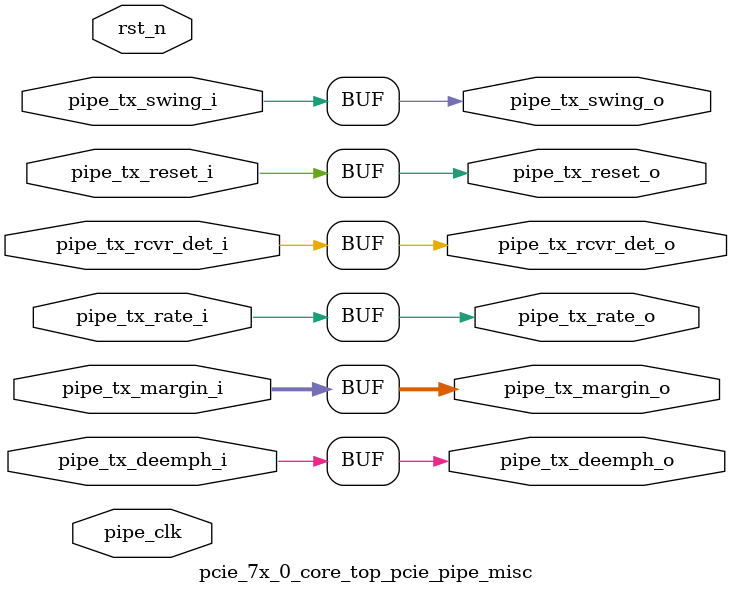
<source format=v>

`timescale 1ps/1ps

(* DowngradeIPIdentifiedWarnings = "yes" *)
module pcie_7x_0_core_top_pcie_pipe_misc #
(
    parameter        PIPE_PIPELINE_STAGES = 0,    // 0 - 0 stages, 1 - 1 stage, 2 - 2 stages
    parameter TCQ  = 1 // synthesis warning solved: parameter declaration becomes local
)
(

    input   wire        pipe_tx_rcvr_det_i       ,     // PIPE Tx Receiver Detect
    input   wire        pipe_tx_reset_i          ,     // PIPE Tx Reset
    input   wire        pipe_tx_rate_i           ,     // PIPE Tx Rate
    input   wire        pipe_tx_deemph_i         ,     // PIPE Tx Deemphasis
    input   wire [2:0]  pipe_tx_margin_i         ,     // PIPE Tx Margin
    input   wire        pipe_tx_swing_i          ,     // PIPE Tx Swing

    output  wire        pipe_tx_rcvr_det_o       ,     // Pipelined PIPE Tx Receiver Detect
    output  wire        pipe_tx_reset_o          ,     // Pipelined PIPE Tx Reset
    output  wire        pipe_tx_rate_o           ,     // Pipelined PIPE Tx Rate
    output  wire        pipe_tx_deemph_o         ,     // Pipelined PIPE Tx Deemphasis
    output  wire [2:0]  pipe_tx_margin_o         ,     // Pipelined PIPE Tx Margin
    output  wire        pipe_tx_swing_o          ,     // Pipelined PIPE Tx Swing

    input   wire        pipe_clk                ,      // PIPE Clock
    input   wire        rst_n                          // Reset
);

//******************************************************************//
// Reality check.                                                   //
//******************************************************************//

//    parameter TCQ  = 1;      // clock to out delay model

    generate

    if (PIPE_PIPELINE_STAGES == 0) begin : pipe_stages_0

        assign pipe_tx_rcvr_det_o = pipe_tx_rcvr_det_i;
        assign pipe_tx_reset_o  = pipe_tx_reset_i;
        assign pipe_tx_rate_o = pipe_tx_rate_i;
        assign pipe_tx_deemph_o = pipe_tx_deemph_i;
        assign pipe_tx_margin_o = pipe_tx_margin_i;
        assign pipe_tx_swing_o = pipe_tx_swing_i;

    end // if (PIPE_PIPELINE_STAGES == 0)
    else if (PIPE_PIPELINE_STAGES == 1) begin : pipe_stages_1

    reg                pipe_tx_rcvr_det_q       ;
    reg                pipe_tx_reset_q          ;
    reg                pipe_tx_rate_q           ;
    reg                pipe_tx_deemph_q         ;
    reg [2:0]          pipe_tx_margin_q         ;
    reg                pipe_tx_swing_q          ;

        always @(posedge pipe_clk) begin

        if (rst_n)
        begin

            pipe_tx_rcvr_det_q <= #TCQ 0;
            pipe_tx_reset_q  <= #TCQ 1'b1;
            pipe_tx_rate_q <= #TCQ 0;
            pipe_tx_deemph_q <= #TCQ 1'b1;
            pipe_tx_margin_q <= #TCQ 0;
            pipe_tx_swing_q <= #TCQ 0;

        end
        else
        begin

            pipe_tx_rcvr_det_q <= #TCQ pipe_tx_rcvr_det_i;
            pipe_tx_reset_q  <= #TCQ pipe_tx_reset_i;
            pipe_tx_rate_q <= #TCQ pipe_tx_rate_i;
            pipe_tx_deemph_q <= #TCQ pipe_tx_deemph_i;
            pipe_tx_margin_q <= #TCQ pipe_tx_margin_i;
            pipe_tx_swing_q <= #TCQ pipe_tx_swing_i;

          end

        end

        assign pipe_tx_rcvr_det_o = pipe_tx_rcvr_det_q;
        assign pipe_tx_reset_o  = pipe_tx_reset_q;
        assign pipe_tx_rate_o = pipe_tx_rate_q;
        assign pipe_tx_deemph_o = pipe_tx_deemph_q;
        assign pipe_tx_margin_o = pipe_tx_margin_q;
        assign pipe_tx_swing_o = pipe_tx_swing_q;

    end // if (PIPE_PIPELINE_STAGES == 1)
    else if (PIPE_PIPELINE_STAGES == 2) begin : pipe_stages_2

    reg                pipe_tx_rcvr_det_q       ;
    reg                pipe_tx_reset_q          ;
    reg                pipe_tx_rate_q           ;
    reg                pipe_tx_deemph_q         ;
    reg [2:0]          pipe_tx_margin_q         ;
    reg                pipe_tx_swing_q          ;

    reg                pipe_tx_rcvr_det_qq      ;
    reg                pipe_tx_reset_qq         ;
    reg                pipe_tx_rate_qq          ;
    reg                pipe_tx_deemph_qq        ;
    reg [2:0]          pipe_tx_margin_qq        ;
    reg                pipe_tx_swing_qq         ;

        always @(posedge pipe_clk) begin

        if (rst_n)
        begin

            pipe_tx_rcvr_det_q <= #TCQ 0;
            pipe_tx_reset_q  <= #TCQ 1'b1;
            pipe_tx_rate_q <= #TCQ 0;
            pipe_tx_deemph_q <= #TCQ 1'b1;
            pipe_tx_margin_q <= #TCQ 0;
            pipe_tx_swing_q <= #TCQ 0;

            pipe_tx_rcvr_det_qq <= #TCQ 0;
            pipe_tx_reset_qq  <= #TCQ 1'b1;
            pipe_tx_rate_qq <= #TCQ 0;
            pipe_tx_deemph_qq <= #TCQ 1'b1;
            pipe_tx_margin_qq <= #TCQ 0;
            pipe_tx_swing_qq <= #TCQ 0;

        end
        else
        begin

            pipe_tx_rcvr_det_q <= #TCQ pipe_tx_rcvr_det_i;
            pipe_tx_reset_q  <= #TCQ pipe_tx_reset_i;
            pipe_tx_rate_q <= #TCQ pipe_tx_rate_i;
            pipe_tx_deemph_q <= #TCQ pipe_tx_deemph_i;
            pipe_tx_margin_q <= #TCQ pipe_tx_margin_i;
            pipe_tx_swing_q <= #TCQ pipe_tx_swing_i;

            pipe_tx_rcvr_det_qq <= #TCQ pipe_tx_rcvr_det_q;
            pipe_tx_reset_qq  <= #TCQ pipe_tx_reset_q;
            pipe_tx_rate_qq <= #TCQ pipe_tx_rate_q;
            pipe_tx_deemph_qq <= #TCQ pipe_tx_deemph_q;
            pipe_tx_margin_qq <= #TCQ pipe_tx_margin_q;
            pipe_tx_swing_qq <= #TCQ pipe_tx_swing_q;

          end

        end

        assign pipe_tx_rcvr_det_o = pipe_tx_rcvr_det_qq;
        assign pipe_tx_reset_o  = pipe_tx_reset_qq;
        assign pipe_tx_rate_o = pipe_tx_rate_qq;
        assign pipe_tx_deemph_o = pipe_tx_deemph_qq;
        assign pipe_tx_margin_o = pipe_tx_margin_qq;
        assign pipe_tx_swing_o = pipe_tx_swing_qq;

    end // if (PIPE_PIPELINE_STAGES == 2)

    endgenerate

endmodule


</source>
